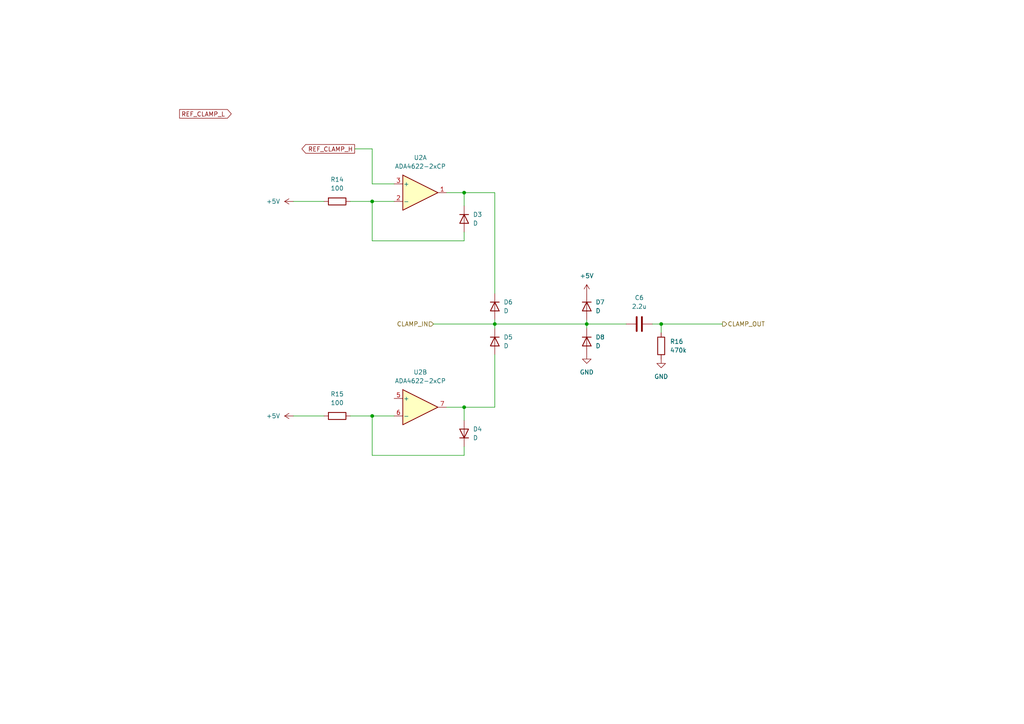
<source format=kicad_sch>
(kicad_sch (version 20230121) (generator eeschema)
  (paper "A4")
  (lib_symbols
    (symbol "Amplifier_Operational:ADA4622-2xCP" (pin_names (offset 0.127))
      (property "Reference" "U" (at 0 5.08 0))
      (property "Value" "ADA4622-2xCP" (at 0 -5.08 0))
      (symbol "ADA4622-2xCP_1_1"
        (polyline (pts (xy -5.08 5.08) (xy 5.08 0) (xy -5.08 -5.08) (xy -5.08 5.08)) (stroke (width 0.254)) (fill (type background)))
        (pin output line (at 7.62 0 180) (length 2.54) (name "~") (number "1"))
        (pin input line (at -7.62 -2.54 0) (length 2.54) (name "-") (number "2"))
        (pin input line (at -7.62 2.54 0) (length 2.54) (name "+") (number "3"))
      )
      (symbol "ADA4622-2xCP_2_1"
        (polyline (pts (xy -5.08 5.08) (xy 5.08 0) (xy -5.08 -5.08) (xy -5.08 5.08)) (stroke (width 0.254)) (fill (type background)))
        (pin input line (at -7.62 2.54 0) (length 2.54) (name "+") (number "5"))
        (pin input line (at -7.62 -2.54 0) (length 2.54) (name "-") (number "6"))
        (pin output line (at 7.62 0 180) (length 2.54) (name "~") (number "7"))
      )
      (symbol "ADA4622-2xCP_3_1"
        (pin power_in line (at -2.54 -7.62 90) (length 3.81) (name "V-") (number "4"))
        (pin power_in line (at -2.54 7.62 270) (length 3.81) (name "V+") (number "8"))
        (pin passive line (at -2.54 7.62 270) (length 3.81) hide (name "V+") (number "9"))
      )
    )
    (symbol "Device:C" (pin_numbers hide) (pin_names (offset 0.254))
      (property "Reference" "C" (at 0.635 2.54 0))
      (property "Value" "C" (at 0.635 -2.54 0))
      (symbol "C_0_1"
        (polyline (pts (xy -2.032 -0.762) (xy 2.032 -0.762)) (stroke (width 0.508)))
        (polyline (pts (xy -2.032 0.762) (xy 2.032 0.762)) (stroke (width 0.508)))
      )
      (symbol "C_1_1"
        (pin passive line (at 0 3.81 270) (length 2.794) (name "~") (number "1"))
        (pin passive line (at 0 -3.81 90) (length 2.794) (name "~") (number "2"))
      )
    )
    (symbol "Device:D" (pin_numbers hide) (pin_names (offset 1.016) hide)
      (property "Reference" "D" (at 0 2.54 0))
      (property "Value" "D" (at 0 -2.54 0))
      (symbol "D_0_1"
        (polyline (pts (xy -1.27 1.27) (xy -1.27 -1.27)) (stroke (width 0.254)))
        (polyline (pts (xy 1.27 0) (xy -1.27 0)))
        (polyline (pts (xy 1.27 1.27) (xy 1.27 -1.27) (xy -1.27 0) (xy 1.27 1.27)) (stroke (width 0.254)))
      )
      (symbol "D_1_1"
        (pin passive line (at -3.81 0 0) (length 2.54) (name "K") (number "1"))
        (pin passive line (at 3.81 0 180) (length 2.54) (name "A") (number "2"))
      )
    )
    (symbol "Device:R" (pin_numbers hide) (pin_names (offset 0))
      (property "Reference" "R" (at 2.032 0 90))
      (property "Value" "R" (at 0 0 90))
      (symbol "R_0_1"
        (rectangle (start -1.016 -2.54) (end 1.016 2.54) (stroke (width 0.254)))
      )
      (symbol "R_1_1"
        (pin passive line (at 0 3.81 270) (length 1.27) (name "~") (number "1"))
        (pin passive line (at 0 -3.81 90) (length 1.27) (name "~") (number "2"))
      )
    )
    (symbol "power:+5V" (power) (pin_names (offset 0))
      (property "Value" "+5V" (at 0 3.556 0))
      (symbol "+5V_0_1"
        (polyline (pts (xy -0.762 1.27) (xy 0 2.54)))
        (polyline (pts (xy 0 0) (xy 0 2.54)))
        (polyline (pts (xy 0 2.54) (xy 0.762 1.27)))
      )
      (symbol "+5V_1_1"
        (pin power_in line (at 0 0 90) (length 0) hide (name "+5V") (number "1"))
      )
    )
    (symbol "power:GND" (power) (pin_names (offset 0))
      (property "Value" "GND" (at 0 -3.81 0))
      (symbol "GND_0_1"
        (polyline (pts (xy 0 0) (xy 0 -1.27) (xy 1.27 -1.27) (xy 0 -2.54) (xy -1.27 -1.27) (xy 0 -1.27)))
      )
      (symbol "GND_1_1"
        (pin power_in line (at 0 0 270) (length 0) hide (name "GND") (number "1"))
      )
    )
  )
  (junction (at 107.95 58.42))
  (junction (at 191.77 93.98))
  (junction (at 107.95 120.65))
  (junction (at 143.51 93.98))
  (junction (at 134.62 55.88))
  (junction (at 134.62 118.11))
  (junction (at 170.18 93.98))
  (wire (pts (xy 134.62 118.11) (xy 134.62 121.92)))
  (wire (pts (xy 134.62 55.88) (xy 143.51 55.88)))
  (wire (pts (xy 134.62 132.08) (xy 107.95 132.08)))
  (wire (pts (xy 134.62 129.54) (xy 134.62 132.08)))
  (wire (pts (xy 107.95 120.65) (xy 114.3 120.65)))
  (wire (pts (xy 107.95 58.42) (xy 107.95 69.85)))
  (wire (pts (xy 134.62 69.85) (xy 107.95 69.85)))
  (wire (pts (xy 143.51 102.87) (xy 143.51 118.11)))
  (wire (pts (xy 125.73 93.98) (xy 143.51 93.98)))
  (wire (pts (xy 107.95 120.65) (xy 107.95 132.08)))
  (wire (pts (xy 143.51 93.98) (xy 143.51 95.25)))
  (wire (pts (xy 143.51 92.71) (xy 143.51 93.98)))
  (wire (pts (xy 85.09 120.65) (xy 93.98 120.65)))
  (wire (pts (xy 170.18 92.71) (xy 170.18 93.98)))
  (wire (pts (xy 143.51 85.09) (xy 143.51 55.88)))
  (wire (pts (xy 191.77 93.98) (xy 209.55 93.98)))
  (wire (pts (xy 134.62 55.88) (xy 134.62 59.69)))
  (wire (pts (xy 101.6 120.65) (xy 107.95 120.65)))
  (wire (pts (xy 102.87 43.18) (xy 107.95 43.18)))
  (wire (pts (xy 191.77 93.98) (xy 191.77 96.52)))
  (wire (pts (xy 85.09 58.42) (xy 93.98 58.42)))
  (wire (pts (xy 170.18 93.98) (xy 170.18 95.25)))
  (wire (pts (xy 107.95 53.34) (xy 107.95 43.18)))
  (wire (pts (xy 189.23 93.98) (xy 191.77 93.98)))
  (wire (pts (xy 143.51 118.11) (xy 134.62 118.11)))
  (wire (pts (xy 143.51 93.98) (xy 170.18 93.98)))
  (wire (pts (xy 101.6 58.42) (xy 107.95 58.42)))
  (wire (pts (xy 170.18 93.98) (xy 181.61 93.98)))
  (wire (pts (xy 134.62 67.31) (xy 134.62 69.85)))
  (wire (pts (xy 129.54 55.88) (xy 134.62 55.88)))
  (wire (pts (xy 107.95 58.42) (xy 114.3 58.42)))
  (wire (pts (xy 107.95 53.34) (xy 114.3 53.34)))
  (wire (pts (xy 129.54 118.11) (xy 134.62 118.11)))
  (global_label "REF_CLAMP_H" (shape output) (at 102.87 43.18 180) (property "Intersheetrefs" "${INTERSHEET_REFS}" (effects hide)))
  (global_label "REF_CLAMP_L" (shape output) (at 52.07 33.02 0) (property "Intersheetrefs" "${INTERSHEET_REFS}" (effects hide)))
  (hierarchical_label "CLAMP_IN" (shape input) (at 125.73 93.98 180))
  (hierarchical_label "CLAMP_OUT" (shape output) (at 209.55 93.98 0))
  (symbol (lib_id "Device:D") (at 134.62 63.5 270) (unit 1)
    (property "Reference" "D3" (at 137.16 62.23 90) (effects (justify left)))
    (property "Value" "D" (at 137.16 64.77 90) (effects (justify left)))
    (property "Sim.Device" "D" (effects hide))
    (property "Sim.Pins" "1=K 2=A" (effects hide))
  )
  (symbol (lib_id "Device:D") (at 134.62 125.73 90) (unit 1)
    (property "Reference" "D4" (at 137.16 124.46 90) (effects (justify right)))
    (property "Value" "D" (at 137.16 127 90) (effects (justify right)))
    (property "Sim.Device" "D" (effects hide))
    (property "Sim.Pins" "1=K 2=A" (effects hide))
  )
  (symbol (lib_id "Device:D") (at 143.51 99.06 270) (unit 1)
    (property "Reference" "D5" (at 146.05 97.79 90) (effects (justify left)))
    (property "Value" "D" (at 146.05 100.33 90) (effects (justify left)))
    (property "Sim.Device" "D" (effects hide))
    (property "Sim.Pins" "1=K 2=A" (effects hide))
  )
  (symbol (lib_id "Device:D") (at 170.18 99.06 270) (unit 1)
    (property "Reference" "D8" (at 172.72 97.79 90) (effects (justify left)))
    (property "Value" "D" (at 172.72 100.33 90) (effects (justify left)))
    (property "Sim.Device" "D" (effects hide))
    (property "Sim.Pins" "1=K 2=A" (effects hide))
  )
  (symbol (lib_id "Device:C") (at 185.42 93.98 270) (unit 1)
    (property "Reference" "C6" (at 185.42 86.36 90))
    (property "Value" "2.2u" (at 185.42 88.9 90))
  )
  (symbol (lib_id "Amplifier_Operational:ADA4622-2xCP") (at 121.92 118.11 0) (unit 2)
    (property "Reference" "U2" (at 121.92 107.95 0))
    (property "Value" "ADA4622-2xCP" (at 121.92 110.49 0))
    (property "Footprint" "Package_CSP:LFCSP-8-1EP_3x3mm_P0.5mm_EP1.45x1.74mm" (effects hide))
    (property "Datasheet" "https://www.analog.com/media/en/technical-documentation/data-sheets/ada4622-1-4622-2-4622-4.pdf" (effects hide))
  )
  (symbol (lib_id "power:GND") (at 191.77 104.14 0) (unit 1)
    (property "Reference" "#PWR022" (effects hide))
    (property "Value" "GND" (at 191.77 109.22 0))
  )
  (symbol (lib_id "power:+5V") (at 170.18 85.09 0) (unit 1)
    (property "Reference" "#PWR020" (effects hide))
    (property "Value" "+5V" (at 170.18 80.01 0))
  )
  (symbol (lib_id "Device:R") (at 191.77 100.33 0) (unit 1)
    (property "Reference" "R16" (at 194.31 99.06 0) (effects (justify left)))
    (property "Value" "470k" (at 194.31 101.6 0) (effects (justify left)))
  )
  (symbol (lib_id "Device:D") (at 143.51 88.9 270) (unit 1)
    (property "Reference" "D6" (at 146.05 87.63 90) (effects (justify left)))
    (property "Value" "D" (at 146.05 90.17 90) (effects (justify left)))
    (property "Sim.Device" "D" (effects hide))
    (property "Sim.Pins" "1=K 2=A" (effects hide))
  )
  (symbol (lib_id "Device:D") (at 170.18 88.9 270) (unit 1)
    (property "Reference" "D7" (at 172.72 87.63 90) (effects (justify left)))
    (property "Value" "D" (at 172.72 90.17 90) (effects (justify left)))
    (property "Sim.Device" "D" (effects hide))
    (property "Sim.Pins" "1=K 2=A" (effects hide))
  )
  (symbol (lib_id "power:GND") (at 170.18 102.87 0) (unit 1)
    (property "Reference" "#PWR021" (effects hide))
    (property "Value" "GND" (at 170.18 107.95 0))
  )
  (symbol (lib_id "Device:R") (at 97.79 120.65 270) (unit 1)
    (property "Reference" "R15" (at 97.79 114.3 90))
    (property "Value" "100" (at 97.79 116.84 90))
  )
  (symbol (lib_id "power:+5V") (at 85.09 58.42 90) (unit 1)
    (property "Reference" "#PWR018" (effects hide))
    (property "Value" "+5V" (at 81.28 58.42 90) (effects (justify left)))
  )
  (symbol (lib_id "Device:R") (at 97.79 58.42 270) (unit 1)
    (property "Reference" "R14" (at 97.79 52.07 90))
    (property "Value" "100" (at 97.79 54.61 90))
  )
  (symbol (lib_id "Amplifier_Operational:ADA4622-2xCP") (at 121.92 55.88 0) (unit 1)
    (property "Reference" "U2" (at 121.92 45.72 0))
    (property "Value" "ADA4622-2xCP" (at 121.92 48.26 0))
    (property "Footprint" "Package_CSP:LFCSP-8-1EP_3x3mm_P0.5mm_EP1.45x1.74mm" (effects hide))
    (property "Datasheet" "https://www.analog.com/media/en/technical-documentation/data-sheets/ada4622-1-4622-2-4622-4.pdf" (effects hide))
  )
  (symbol (lib_id "power:+5V") (at 85.09 120.65 90) (unit 1)
    (property "Reference" "#PWR019" (effects hide))
    (property "Value" "+5V" (at 81.28 120.65 90) (effects (justify left)))
  )
)
</source>
